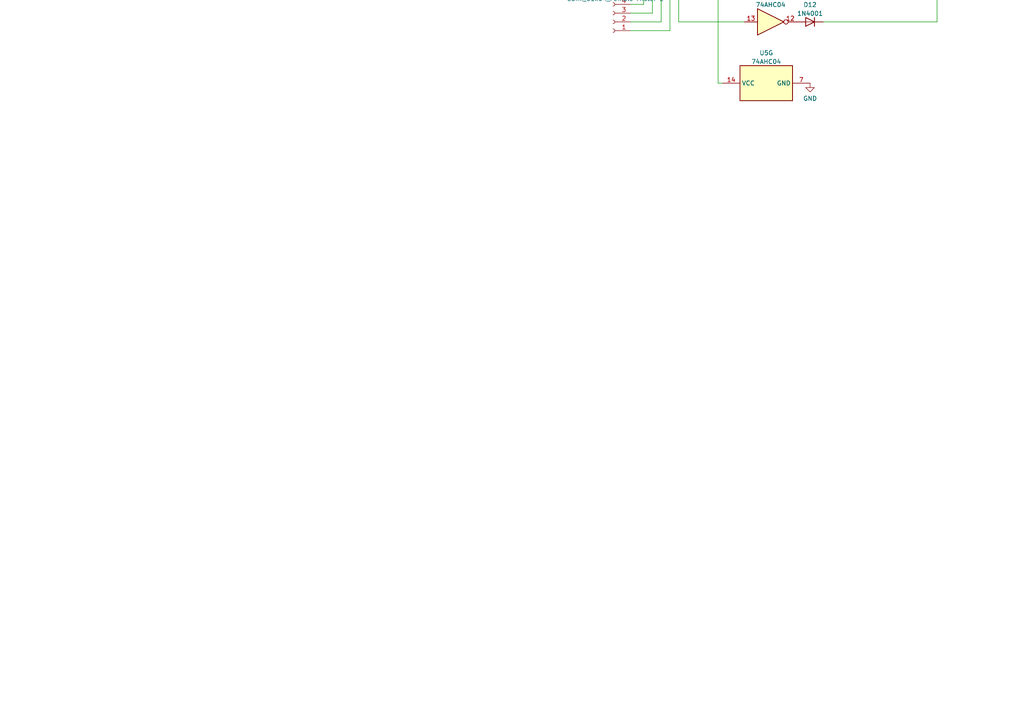
<source format=kicad_sch>
(kicad_sch (version 20211123) (generator eeschema)
  (paper "A4")
  (lib_symbols
    (symbol "74xx:74AHC04"
      (property "Reference" "U" (at 0 1.27 0))
      (property "Value" "74AHC04" (at 0 -1.27 0))
      (symbol "74AHC04_1_0"
        (polyline (pts (xy -3.81 3.81) (xy -3.81 -3.81) (xy 3.81 0) (xy -3.81 3.81)) (stroke (width 0.254)) (fill (type background)))
        (pin input line (at -7.62 0 0) (length 3.81) (name "~") (number "1"))
        (pin output inverted (at 7.62 0 180) (length 3.81) (name "~") (number "2"))
      )
      (symbol "74AHC04_2_0"
        (polyline (pts (xy -3.81 3.81) (xy -3.81 -3.81) (xy 3.81 0) (xy -3.81 3.81)) (stroke (width 0.254)) (fill (type background)))
        (pin input line (at -7.62 0 0) (length 3.81) (name "~") (number "3"))
        (pin output inverted (at 7.62 0 180) (length 3.81) (name "~") (number "4"))
      )
      (symbol "74AHC04_3_0"
        (polyline (pts (xy -3.81 3.81) (xy -3.81 -3.81) (xy 3.81 0) (xy -3.81 3.81)) (stroke (width 0.254)) (fill (type background)))
        (pin input line (at -7.62 0 0) (length 3.81) (name "~") (number "5"))
        (pin output inverted (at 7.62 0 180) (length 3.81) (name "~") (number "6"))
      )
      (symbol "74AHC04_4_0"
        (polyline (pts (xy -3.81 3.81) (xy -3.81 -3.81) (xy 3.81 0) (xy -3.81 3.81)) (stroke (width 0.254)) (fill (type background)))
        (pin output inverted (at 7.62 0 180) (length 3.81) (name "~") (number "8"))
        (pin input line (at -7.62 0 0) (length 3.81) (name "~") (number "9"))
      )
      (symbol "74AHC04_5_0"
        (polyline (pts (xy -3.81 3.81) (xy -3.81 -3.81) (xy 3.81 0) (xy -3.81 3.81)) (stroke (width 0.254)) (fill (type background)))
        (pin output inverted (at 7.62 0 180) (length 3.81) (name "~") (number "10"))
        (pin input line (at -7.62 0 0) (length 3.81) (name "~") (number "11"))
      )
      (symbol "74AHC04_6_0"
        (polyline (pts (xy -3.81 3.81) (xy -3.81 -3.81) (xy 3.81 0) (xy -3.81 3.81)) (stroke (width 0.254)) (fill (type background)))
        (pin output inverted (at 7.62 0 180) (length 3.81) (name "~") (number "12"))
        (pin input line (at -7.62 0 0) (length 3.81) (name "~") (number "13"))
      )
      (symbol "74AHC04_7_0"
        (pin power_in line (at 0 12.7 270) (length 5.08) (name "VCC") (number "14"))
        (pin power_in line (at 0 -12.7 90) (length 5.08) (name "GND") (number "7"))
      )
      (symbol "74AHC04_7_1"
        (rectangle (start -5.08 7.62) (end 5.08 -7.62) (stroke (width 0.254)) (fill (type background)))
      )
    )
    (symbol "74xx:74LS04"
      (property "Reference" "U" (at 0 1.27 0))
      (property "Value" "74LS04" (at 0 -1.27 0))
      (symbol "74LS04_1_0"
        (polyline (pts (xy -3.81 3.81) (xy -3.81 -3.81) (xy 3.81 0) (xy -3.81 3.81)) (stroke (width 0.254)) (fill (type background)))
        (pin input line (at -7.62 0 0) (length 3.81) (name "~") (number "1"))
        (pin output inverted (at 7.62 0 180) (length 3.81) (name "~") (number "2"))
      )
      (symbol "74LS04_2_0"
        (polyline (pts (xy -3.81 3.81) (xy -3.81 -3.81) (xy 3.81 0) (xy -3.81 3.81)) (stroke (width 0.254)) (fill (type background)))
        (pin input line (at -7.62 0 0) (length 3.81) (name "~") (number "3"))
        (pin output inverted (at 7.62 0 180) (length 3.81) (name "~") (number "4"))
      )
      (symbol "74LS04_3_0"
        (polyline (pts (xy -3.81 3.81) (xy -3.81 -3.81) (xy 3.81 0) (xy -3.81 3.81)) (stroke (width 0.254)) (fill (type background)))
        (pin input line (at -7.62 0 0) (length 3.81) (name "~") (number "5"))
        (pin output inverted (at 7.62 0 180) (length 3.81) (name "~") (number "6"))
      )
      (symbol "74LS04_4_0"
        (polyline (pts (xy -3.81 3.81) (xy -3.81 -3.81) (xy 3.81 0) (xy -3.81 3.81)) (stroke (width 0.254)) (fill (type background)))
        (pin output inverted (at 7.62 0 180) (length 3.81) (name "~") (number "8"))
        (pin input line (at -7.62 0 0) (length 3.81) (name "~") (number "9"))
      )
      (symbol "74LS04_5_0"
        (polyline (pts (xy -3.81 3.81) (xy -3.81 -3.81) (xy 3.81 0) (xy -3.81 3.81)) (stroke (width 0.254)) (fill (type background)))
        (pin output inverted (at 7.62 0 180) (length 3.81) (name "~") (number "10"))
        (pin input line (at -7.62 0 0) (length 3.81) (name "~") (number "11"))
      )
      (symbol "74LS04_6_0"
        (polyline (pts (xy -3.81 3.81) (xy -3.81 -3.81) (xy 3.81 0) (xy -3.81 3.81)) (stroke (width 0.254)) (fill (type background)))
        (pin output inverted (at 7.62 0 180) (length 3.81) (name "~") (number "12"))
        (pin input line (at -7.62 0 0) (length 3.81) (name "~") (number "13"))
      )
      (symbol "74LS04_7_0"
        (pin power_in line (at 0 12.7 270) (length 5.08) (name "VCC") (number "14"))
        (pin power_in line (at 0 -12.7 90) (length 5.08) (name "GND") (number "7"))
      )
      (symbol "74LS04_7_1"
        (rectangle (start -5.08 7.62) (end 5.08 -7.62) (stroke (width 0.254)) (fill (type background)))
      )
    )
    (symbol "74xx:74LS138" (pin_names (offset 1.016))
      (property "Reference" "U" (at -7.62 11.43 0))
      (property "Value" "74LS138" (at -7.62 -13.97 0))
      (symbol "74LS138_1_0"
        (pin input line (at -12.7 7.62 0) (length 5.08) (name "A0") (number "1"))
        (pin output output_low (at 12.7 -5.08 180) (length 5.08) (name "O5") (number "10"))
        (pin output output_low (at 12.7 -2.54 180) (length 5.08) (name "O4") (number "11"))
        (pin output output_low (at 12.7 0 180) (length 5.08) (name "O3") (number "12"))
        (pin output output_low (at 12.7 2.54 180) (length 5.08) (name "O2") (number "13"))
        (pin output output_low (at 12.7 5.08 180) (length 5.08) (name "O1") (number "14"))
        (pin output output_low (at 12.7 7.62 180) (length 5.08) (name "O0") (number "15"))
        (pin power_in line (at 0 15.24 270) (length 5.08) (name "VCC") (number "16"))
        (pin input line (at -12.7 5.08 0) (length 5.08) (name "A1") (number "2"))
        (pin input line (at -12.7 2.54 0) (length 5.08) (name "A2") (number "3"))
        (pin input input_low (at -12.7 -10.16 0) (length 5.08) (name "E1") (number "4"))
        (pin input input_low (at -12.7 -7.62 0) (length 5.08) (name "E2") (number "5"))
        (pin input line (at -12.7 -5.08 0) (length 5.08) (name "E3") (number "6"))
        (pin output output_low (at 12.7 -10.16 180) (length 5.08) (name "O7") (number "7"))
        (pin power_in line (at 0 -17.78 90) (length 5.08) (name "GND") (number "8"))
        (pin output output_low (at 12.7 -7.62 180) (length 5.08) (name "O6") (number "9"))
      )
      (symbol "74LS138_1_1"
        (rectangle (start -7.62 10.16) (end 7.62 -12.7) (stroke (width 0.254)) (fill (type background)))
      )
    )
    (symbol "74xx:74LS273"
      (property "Reference" "U" (at -7.62 16.51 0))
      (property "Value" "74LS273" (at -7.62 -16.51 0))
      (symbol "74LS273_1_0"
        (pin input line (at -12.7 -12.7 0) (length 5.08) (name "~{Mr}") (number "1"))
        (pin power_in line (at 0 -20.32 90) (length 5.08) (name "GND") (number "10"))
        (pin input clock (at -12.7 -10.16 0) (length 5.08) (name "Cp") (number "11"))
        (pin output line (at 12.7 2.54 180) (length 5.08) (name "Q4") (number "12"))
        (pin input line (at -12.7 2.54 0) (length 5.08) (name "D4") (number "13"))
        (pin input line (at -12.7 0 0) (length 5.08) (name "D5") (number "14"))
        (pin output line (at 12.7 0 180) (length 5.08) (name "Q5") (number "15"))
        (pin output line (at 12.7 -2.54 180) (length 5.08) (name "Q6") (number "16"))
        (pin input line (at -12.7 -2.54 0) (length 5.08) (name "D6") (number "17"))
        (pin input line (at -12.7 -5.08 0) (length 5.08) (name "D7") (number "18"))
        (pin output line (at 12.7 -5.08 180) (length 5.08) (name "Q7") (number "19"))
        (pin output line (at 12.7 12.7 180) (length 5.08) (name "Q0") (number "2"))
        (pin power_in line (at 0 20.32 270) (length 5.08) (name "VCC") (number "20"))
        (pin input line (at -12.7 12.7 0) (length 5.08) (name "D0") (number "3"))
        (pin input line (at -12.7 10.16 0) (length 5.08) (name "D1") (number "4"))
        (pin output line (at 12.7 10.16 180) (length 5.08) (name "Q1") (number "5"))
        (pin output line (at 12.7 7.62 180) (length 5.08) (name "Q2") (number "6"))
        (pin input line (at -12.7 7.62 0) (length 5.08) (name "D2") (number "7"))
        (pin input line (at -12.7 5.08 0) (length 5.08) (name "D3") (number "8"))
        (pin output line (at 12.7 5.08 180) (length 5.08) (name "Q3") (number "9"))
      )
      (symbol "74LS273_1_1"
        (rectangle (start -7.62 15.24) (end 7.62 -15.24) (stroke (width 0.254)) (fill (type background)))
      )
    )
    (symbol "Connector:Conn_01x04_Female" (pin_names (offset 1.016) hide)
      (property "Reference" "J" (at 0 5.08 0))
      (property "Value" "Conn_01x04_Female" (at 0 -7.62 0))
      (symbol "Conn_01x04_Female_1_1"
        (arc (start 0 -4.572) (mid -0.508 -5.08) (end 0 -5.588) (stroke (width 0.1524)))
        (arc (start 0 -2.032) (mid -0.508 -2.54) (end 0 -3.048) (stroke (width 0.1524)))
        (polyline (pts (xy -1.27 -5.08) (xy -0.508 -5.08)) (stroke (width 0.1524)))
        (polyline (pts (xy -1.27 -2.54) (xy -0.508 -2.54)) (stroke (width 0.1524)))
        (polyline (pts (xy -1.27 0) (xy -0.508 0)) (stroke (width 0.1524)))
        (polyline (pts (xy -1.27 2.54) (xy -0.508 2.54)) (stroke (width 0.1524)))
        (arc (start 0 0.508) (mid -0.508 0) (end 0 -0.508) (stroke (width 0.1524)))
        (arc (start 0 3.048) (mid -0.508 2.54) (end 0 2.032) (stroke (width 0.1524)))
        (pin passive line (at -5.08 2.54 0) (length 3.81) (name "Pin_1") (number "1"))
        (pin passive line (at -5.08 0 0) (length 3.81) (name "Pin_2") (number "2"))
        (pin passive line (at -5.08 -2.54 0) (length 3.81) (name "Pin_3") (number "3"))
        (pin passive line (at -5.08 -5.08 0) (length 3.81) (name "Pin_4") (number "4"))
      )
    )
    (symbol "Diode:1N4001" (pin_numbers hide) (pin_names hide)
      (property "Reference" "D" (at 0 2.54 0))
      (property "Value" "1N4001" (at 0 -2.54 0))
      (symbol "1N4001_0_1"
        (polyline (pts (xy -1.27 1.27) (xy -1.27 -1.27)) (stroke (width 0.254)))
        (polyline (pts (xy 1.27 0) (xy -1.27 0)))
        (polyline (pts (xy 1.27 1.27) (xy 1.27 -1.27) (xy -1.27 0) (xy 1.27 1.27)) (stroke (width 0.254)))
      )
      (symbol "1N4001_1_1"
        (pin passive line (at -3.81 0 0) (length 2.54) (name "K") (number "1"))
        (pin passive line (at 3.81 0 180) (length 2.54) (name "A") (number "2"))
      )
    )
    (symbol "Transistor_FET:2N7000" (pin_names hide)
      (property "Reference" "Q" (at 5.08 1.905 0))
      (property "Value" "2N7000" (at 5.08 0 0))
      (symbol "2N7000_0_1"
        (polyline (pts (xy 0.254 0) (xy -2.54 0)))
        (polyline (pts (xy 0.254 1.905) (xy 0.254 -1.905)) (stroke (width 0.254)))
        (polyline (pts (xy 0.762 -1.27) (xy 0.762 -2.286)) (stroke (width 0.254)))
        (polyline (pts (xy 0.762 0.508) (xy 0.762 -0.508)) (stroke (width 0.254)))
        (polyline (pts (xy 0.762 2.286) (xy 0.762 1.27)) (stroke (width 0.254)))
        (polyline (pts (xy 2.54 2.54) (xy 2.54 1.778)))
        (polyline (pts (xy 2.54 -2.54) (xy 2.54 0) (xy 0.762 0)))
        (polyline (pts (xy 0.762 -1.778) (xy 3.302 -1.778) (xy 3.302 1.778) (xy 0.762 1.778)))
        (polyline (pts (xy 1.016 0) (xy 2.032 0.381) (xy 2.032 -0.381) (xy 1.016 0)) (fill (type outline)))
        (polyline (pts (xy 2.794 0.508) (xy 2.921 0.381) (xy 3.683 0.381) (xy 3.81 0.254)))
        (polyline (pts (xy 3.302 0.381) (xy 2.921 -0.254) (xy 3.683 -0.254) (xy 3.302 0.381)))
        (circle (center 1.651 0) (radius 2.794) (stroke (width 0.254)))
        (circle (center 2.54 -1.778) (radius 0.254) (fill (type outline)))
        (circle (center 2.54 1.778) (radius 0.254) (fill (type outline)))
      )
      (symbol "2N7000_1_1"
        (pin passive line (at 2.54 -5.08 90) (length 2.54) (name "S") (number "1"))
        (pin input line (at -5.08 0 0) (length 2.54) (name "G") (number "2"))
        (pin passive line (at 2.54 5.08 270) (length 2.54) (name "D") (number "3"))
      )
    )
    (symbol "power:GND" (power) (pin_names (offset 0))
      (property "Value" "GND" (at 0 -3.81 0))
      (symbol "GND_0_1"
        (polyline (pts (xy 0 0) (xy 0 -1.27) (xy 1.27 -1.27) (xy 0 -2.54) (xy -1.27 -1.27) (xy 0 -1.27)))
      )
      (symbol "GND_1_1"
        (pin power_in line (at 0 0 270) (length 0) hide (name "GND") (number "1"))
      )
    )
    (symbol "pspice:VSOURCE" (pin_names (offset 1.016))
      (property "Reference" "V" (at -6.35 7.62 0))
      (property "Value" "VSOURCE" (at 0 0 0))
      (symbol "VSOURCE_0_1"
        (polyline (pts (xy -6.35 -6.35) (xy -6.35 3.81)) (fill (type outline)))
        (polyline (pts (xy -7.62 3.81) (xy -6.35 6.35) (xy -5.08 3.81)) (fill (type outline)))
        (circle (center 0 0) (radius 5.08))
        (text "V" (at -8.128 -0.254 0) (effects (font (size 1.27 1.27))))
      )
      (symbol "VSOURCE_1_1"
        (pin input line (at 0 7.62 270) (length 2.54) (name "E1") (number "1"))
        (pin input line (at 0 -7.62 90) (length 2.54) (name "E2") (number "2"))
      )
    )
  )
  (junction (at 157.48 -78.74))
  (junction (at 337.82 -127))
  (junction (at 135.89 -97.79))
  (junction (at 134.62 -90.17))
  (junction (at 138.43 -95.25))
  (junction (at 133.35 -100.33))
  (junction (at 158.75 -20.32))
  (junction (at 149.86 -82.55))
  (junction (at 171.45 -137.16))
  (junction (at 120.65 -137.16))
  (junction (at 171.45 -12.7))
  (junction (at 191.77 -45.72))
  (junction (at 157.48 -67.31))
  (junction (at 191.77 -83.82))
  (junction (at 139.7 -87.63))
  (junction (at 137.16 -92.71))
  (junction (at 120.65 -67.31))
  (wire (pts (xy 199.39 -33.02) (xy 199.39 -6.35)))
  (wire (pts (xy 238.76 -17.78) (xy 266.7 -17.78)))
  (wire (pts (xy 158.75 -20.32) (xy 158.75 -12.7)))
  (wire (pts (xy 246.38 -60.96) (xy 280.67 -60.96)))
  (wire (pts (xy 143.51 -90.17) (xy 143.51 -123.19)))
  (wire (pts (xy 96.52 -118.11) (xy 96.52 -92.71)))
  (wire (pts (xy 158.75 -100.33) (xy 158.75 -96.52)))
  (wire (pts (xy 133.35 -85.09) (xy 148.59 -85.09)))
  (wire (pts (xy 207.01 -85.09) (xy 207.01 -99.06)))
  (wire (pts (xy 260.35 -97.79) (xy 274.32 -97.79)))
  (wire (pts (xy 184.15 -91.44) (xy 199.39 -91.44)))
  (wire (pts (xy 280.67 -87.63) (xy 311.15 -87.63)))
  (wire (pts (xy 279.4 -92.71) (xy 311.15 -92.71)))
  (wire (pts (xy 267.97 -48.26) (xy 267.97 -58.42)))
  (wire (pts (xy 204.47 -43.18) (xy 215.9 -43.18)))
  (wire (pts (xy 275.59 -151.13) (xy 308.61 -151.13)))
  (wire (pts (xy 171.45 -137.16) (xy 171.45 -104.14)))
  (wire (pts (xy 158.75 -25.4) (xy 149.86 -25.4)))
  (wire (pts (xy 207.01 -81.28) (xy 207.01 -55.88)))
  (wire (pts (xy 184.15 -33.02) (xy 199.39 -33.02)))
  (wire (pts (xy 158.75 -38.1) (xy 137.16 -38.1)))
  (wire (pts (xy 238.76 -92.71) (xy 252.73 -92.71)))
  (wire (pts (xy 246.38 -114.3) (xy 279.4 -114.3)))
  (wire (pts (xy 148.59 -85.09) (xy 148.59 -128.27)))
  (wire (pts (xy 283.21 -85.09) (xy 311.15 -85.09)))
  (wire (pts (xy 191.77 -83.82) (xy 191.77 -45.72)))
  (wire (pts (xy 157.48 -81.28) (xy 158.75 -81.28)))
  (wire (pts (xy 140.97 -92.71) (xy 140.97 -120.65)))
  (wire (pts (xy 337.82 -127) (xy 321.31 -127)))
  (wire (pts (xy 157.48 -67.31) (xy 171.45 -67.31)))
  (wire (pts (xy 133.35 -113.03) (xy 101.6 -113.03)))
  (wire (pts (xy 184.15 -88.9) (xy 201.93 -88.9)))
  (wire (pts (xy 267.97 -58.42) (xy 283.21 -58.42)))
  (wire (pts (xy 238.76 -43.18) (xy 260.35 -43.18)))
  (wire (pts (xy 199.39 -6.35) (xy 215.9 -6.35)))
  (wire (pts (xy 274.32 -97.79) (xy 274.32 -90.17)))
  (wire (pts (xy 63.5 -106.68) (xy 63.5 -77.47)))
  (wire (pts (xy 93.98 -120.65) (xy 93.98 -90.17)))
  (wire (pts (xy 246.38 -156.21) (xy 308.61 -156.21)))
  (wire (pts (xy 274.32 -90.17) (xy 311.15 -90.17)))
  (wire (pts (xy 139.7 -33.02) (xy 158.75 -33.02)))
  (wire (pts (xy 184.15 -27.94) (xy 194.31 -27.94)))
  (wire (pts (xy 186.69 1.27) (xy 186.69 -20.32)))
  (wire (pts (xy 266.7 -17.78) (xy 266.7 -21.59)))
  (wire (pts (xy 60.96 -104.14) (xy 60.96 -74.93)))
  (wire (pts (xy 133.35 -92.71) (xy 137.16 -92.71)))
  (wire (pts (xy 184.15 -96.52) (xy 194.31 -96.52)))
  (wire (pts (xy 238.76 -130.81) (xy 267.97 -130.81)))
  (wire (pts (xy 58.42 -106.68) (xy 63.5 -106.68)))
  (wire (pts (xy 139.7 -87.63) (xy 146.05 -87.63)))
  (wire (pts (xy 120.65 -137.16) (xy 113.03 -137.16)))
  (wire (pts (xy 93.98 -90.17) (xy 107.95 -90.17)))
  (wire (pts (xy 184.15 -38.1) (xy 204.47 -38.1)))
  (wire (pts (xy 321.31 -127) (xy 321.31 -114.3)))
  (wire (pts (xy 238.76 -6.35) (xy 269.24 -6.35)))
  (wire (pts (xy 86.36 -128.27) (xy 86.36 -82.55)))
  (wire (pts (xy 66.04 -100.33) (xy 107.95 -100.33)))
  (wire (pts (xy 157.48 -78.74) (xy 158.75 -78.74)))
  (wire (pts (xy 196.85 -140.97) (xy 215.9 -140.97)))
  (wire (pts (xy 196.85 -30.48) (xy 196.85 6.35)))
  (wire (pts (xy 138.43 -95.25) (xy 138.43 -118.11)))
  (wire (pts (xy 58.42 -101.6) (xy 58.42 -67.31)))
  (wire (pts (xy 182.88 3.81) (xy 189.23 3.81)))
  (wire (pts (xy 146.05 -125.73) (xy 88.9 -125.73)))
  (wire (pts (xy 346.71 -38.1) (xy 346.71 -97.79)))
  (wire (pts (xy 191.77 -40.64) (xy 191.77 -45.72)))
  (wire (pts (xy 154.94 -93.98) (xy 158.75 -93.98)))
  (wire (pts (xy 279.4 -114.3) (xy 279.4 -92.71)))
  (wire (pts (xy 184.15 -83.82) (xy 186.69 -83.82)))
  (wire (pts (xy 267.97 -38.1) (xy 346.71 -38.1)))
  (wire (pts (xy 171.45 -67.31) (xy 171.45 -71.12)))
  (wire (pts (xy 101.6 -113.03) (xy 101.6 -97.79)))
  (wire (pts (xy 271.78 6.35) (xy 271.78 -16.51)))
  (wire (pts (xy 134.62 -90.17) (xy 134.62 -35.56)))
  (wire (pts (xy 199.39 -130.81) (xy 215.9 -130.81)))
  (wire (pts (xy 271.78 -16.51) (xy 306.07 -16.51)))
  (wire (pts (xy 266.7 -24.13) (xy 306.07 -24.13)))
  (wire (pts (xy 207.01 -55.88) (xy 215.9 -55.88)))
  (wire (pts (xy 149.86 -25.4) (xy 149.86 -82.55)))
  (wire (pts (xy 191.77 -137.16) (xy 191.77 -83.82)))
  (wire (pts (xy 182.88 8.89) (xy 194.31 8.89)))
  (wire (pts (xy 238.76 -30.48) (xy 266.7 -30.48)))
  (wire (pts (xy 194.31 -96.52) (xy 194.31 -151.13)))
  (wire (pts (xy 238.76 -99.06) (xy 238.76 -92.71)))
  (wire (pts (xy 238.76 -119.38) (xy 284.48 -119.38)))
  (wire (pts (xy 261.62 -153.67) (xy 308.61 -153.67)))
  (wire (pts (xy 133.35 -100.33) (xy 133.35 -113.03)))
  (wire (pts (xy 113.03 -137.16) (xy 113.03 -152.4)))
  (wire (pts (xy 283.21 -58.42) (xy 283.21 -85.09)))
  (wire (pts (xy 58.42 -104.14) (xy 60.96 -104.14)))
  (wire (pts (xy 321.31 -114.3) (xy 292.1 -114.3)))
  (wire (pts (xy 133.35 -90.17) (xy 134.62 -90.17)))
  (wire (pts (xy 66.04 -109.22) (xy 66.04 -100.33)))
  (wire (pts (xy 191.77 -137.16) (xy 171.45 -137.16)))
  (wire (pts (xy 96.52 -92.71) (xy 107.95 -92.71)))
  (wire (pts (xy 201.93 -35.56) (xy 201.93 -17.78)))
  (wire (pts (xy 196.85 -93.98) (xy 196.85 -140.97)))
  (wire (pts (xy 138.43 -118.11) (xy 96.52 -118.11)))
  (wire (pts (xy 189.23 3.81) (xy 189.23 -22.86)))
  (wire (pts (xy 158.75 -22.86) (xy 158.75 -20.32)))
  (wire (pts (xy 133.35 -95.25) (xy 138.43 -95.25)))
  (wire (pts (xy 275.59 -135.89) (xy 275.59 -151.13)))
  (wire (pts (xy 208.28 -40.64) (xy 191.77 -40.64)))
  (wire (pts (xy 120.65 -67.31) (xy 157.48 -67.31)))
  (wire (pts (xy 154.94 -97.79) (xy 154.94 -93.98)))
  (wire (pts (xy 269.24 -6.35) (xy 269.24 -19.05)))
  (wire (pts (xy 99.06 -95.25) (xy 107.95 -95.25)))
  (wire (pts (xy 201.93 -88.9) (xy 201.93 -119.38)))
  (wire (pts (xy 152.4 -91.44) (xy 158.75 -91.44)))
  (wire (pts (xy 146.05 -125.73) (xy 146.05 -87.63)))
  (wire (pts (xy 156.21 -82.55) (xy 156.21 -83.82)))
  (wire (pts (xy 135.89 -115.57) (xy 99.06 -115.57)))
  (wire (pts (xy 133.35 -97.79) (xy 135.89 -97.79)))
  (wire (pts (xy 143.51 -123.19) (xy 91.44 -123.19)))
  (wire (pts (xy 201.93 -119.38) (xy 215.9 -119.38)))
  (wire (pts (xy 238.76 6.35) (xy 271.78 6.35)))
  (wire (pts (xy 201.93 -17.78) (xy 215.9 -17.78)))
  (wire (pts (xy 158.75 -35.56) (xy 134.62 -35.56)))
  (wire (pts (xy 196.85 6.35) (xy 215.9 6.35)))
  (wire (pts (xy 58.42 -67.31) (xy 120.65 -67.31)))
  (wire (pts (xy 120.65 -107.95) (xy 120.65 -137.16)))
  (wire (pts (xy 101.6 -97.79) (xy 107.95 -97.79)))
  (wire (pts (xy 191.77 6.35) (xy 191.77 -25.4)))
  (wire (pts (xy 204.47 -86.36) (xy 204.47 -109.22)))
  (wire (pts (xy 204.47 -30.48) (xy 215.9 -30.48)))
  (wire (pts (xy 91.44 -123.19) (xy 91.44 -87.63)))
  (wire (pts (xy 157.48 -78.74) (xy 157.48 -67.31)))
  (wire (pts (xy 133.35 -82.55) (xy 149.86 -82.55)))
  (wire (pts (xy 184.15 -78.74) (xy 204.47 -78.74)))
  (wire (pts (xy 149.86 -82.55) (xy 156.21 -82.55)))
  (wire (pts (xy 186.69 -85.09) (xy 207.01 -85.09)))
  (wire (pts (xy 152.4 -95.25) (xy 152.4 -91.44)))
  (wire (pts (xy 140.97 -120.65) (xy 93.98 -120.65)))
  (wire (pts (xy 208.28 24.13) (xy 209.55 24.13)))
  (wire (pts (xy 199.39 -91.44) (xy 199.39 -130.81)))
  (wire (pts (xy 346.71 -97.79) (xy 337.82 -97.79)))
  (wire (pts (xy 184.15 -93.98) (xy 196.85 -93.98)))
  (wire (pts (xy 194.31 8.89) (xy 194.31 -27.94)))
  (wire (pts (xy 337.82 -97.79) (xy 337.82 -127)))
  (wire (pts (xy 266.7 -21.59) (xy 306.07 -21.59)))
  (wire (pts (xy 86.36 -82.55) (xy 107.95 -82.55)))
  (wire (pts (xy 184.15 -20.32) (xy 186.69 -20.32)))
  (wire (pts (xy 238.76 -140.97) (xy 254 -140.97)))
  (wire (pts (xy 184.15 -30.48) (xy 196.85 -30.48)))
  (wire (pts (xy 88.9 -125.73) (xy 88.9 -85.09)))
  (wire (pts (xy 134.62 -90.17) (xy 143.51 -90.17)))
  (wire (pts (xy 191.77 -25.4) (xy 184.15 -25.4)))
  (wire (pts (xy 133.35 -100.33) (xy 158.75 -100.33)))
  (wire (pts (xy 184.15 -35.56) (xy 201.93 -35.56)))
  (wire (pts (xy 207.01 -99.06) (xy 215.9 -99.06)))
  (wire (pts (xy 157.48 -78.74) (xy 157.48 -81.28)))
  (wire (pts (xy 91.44 -87.63) (xy 107.95 -87.63)))
  (wire (pts (xy 189.23 -22.86) (xy 184.15 -22.86)))
  (wire (pts (xy 135.89 -97.79) (xy 154.94 -97.79)))
  (wire (pts (xy 280.67 -60.96) (xy 280.67 -87.63)))
  (wire (pts (xy 292.1 -148.59) (xy 308.61 -148.59)))
  (wire (pts (xy 269.24 -19.05) (xy 306.07 -19.05)))
  (wire (pts (xy 266.7 -30.48) (xy 266.7 -24.13)))
  (wire (pts (xy 204.47 -109.22) (xy 215.9 -109.22)))
  (wire (pts (xy 158.75 -12.7) (xy 171.45 -12.7)))
  (wire (pts (xy 120.65 -137.16) (xy 171.45 -137.16)))
  (wire (pts (xy 139.7 -87.63) (xy 139.7 -33.02)))
  (wire (pts (xy 135.89 -97.79) (xy 135.89 -115.57)))
  (wire (pts (xy 208.28 24.13) (xy 208.28 -40.64)))
  (wire (pts (xy 60.96 -74.93) (xy 107.95 -74.93)))
  (wire (pts (xy 204.47 -78.74) (xy 204.47 -43.18)))
  (wire (pts (xy 133.35 -87.63) (xy 139.7 -87.63)))
  (wire (pts (xy 184.15 -81.28) (xy 207.01 -81.28)))
  (wire (pts (xy 58.42 -109.22) (xy 66.04 -109.22)))
  (wire (pts (xy 88.9 -85.09) (xy 107.95 -85.09)))
  (wire (pts (xy 171.45 -45.72) (xy 191.77 -45.72)))
  (wire (pts (xy 204.47 -38.1) (xy 204.47 -30.48)))
  (wire (pts (xy 99.06 -115.57) (xy 99.06 -95.25)))
  (wire (pts (xy 261.62 -146.05) (xy 261.62 -153.67)))
  (wire (pts (xy 184.15 -86.36) (xy 204.47 -86.36)))
  (wire (pts (xy 148.59 -128.27) (xy 86.36 -128.27)))
  (wire (pts (xy 137.16 -92.71) (xy 140.97 -92.71)))
  (wire (pts (xy 186.69 -83.82) (xy 186.69 -85.09)))
  (wire (pts (xy 182.88 1.27) (xy 186.69 1.27)))
  (wire (pts (xy 194.31 -151.13) (xy 215.9 -151.13)))
  (wire (pts (xy 209.55 -83.82) (xy 191.77 -83.82)))
  (wire (pts (xy 182.88 6.35) (xy 191.77 6.35)))
  (wire (pts (xy 63.5 -77.47) (xy 107.95 -77.47)))
  (wire (pts (xy 156.21 -83.82) (xy 158.75 -83.82)))
  (wire (pts (xy 292.1 -124.46) (xy 292.1 -148.59)))
  (wire (pts (xy 354.33 -127) (xy 337.82 -127)))
  (wire (pts (xy 137.16 -38.1) (xy 137.16 -92.71)))
  (wire (pts (xy 138.43 -95.25) (xy 152.4 -95.25)))
  (text "100mm PCB board width (add 1.5mm tolerance)\n1mm thickness on board\n40mm between slot shelves\n2mm slot shelf overlap with board" (at 379.73 -64.77 0) (effects (font (size 1.27 1.27)) (justify left bottom)))
  (label "Radio1 Fan (Add SR Latch? as switch)" (at 292.1 -140.97 0))
  (label "Radio1 PTT" (at 269.24 -156.21 0))
  (label "Radio1 Frequency Up" (at 269.24 -153.67 0))
  (label "Radio1 Frequency Down" (at 280.67 -151.13 0))
  (hierarchical_label "PWR_FLAG" (shape input) (at 113.03 -140.97 0))
  (hierarchical_label "PWR_FLAG" (shape input) (at 171.45 -12.7 0))
  (hierarchical_label "PWR_FLAG" (shape input) (at 200.66 -83.82 0))
  (hierarchical_label "PWR_FLAG" (shape input) (at 58.42 -69.85 0))
  (symbol (lib_id "74xx:74LS04") (at 222.25 -83.82 90) (unit 7)
    (property "Reference" "U2" (at 222.25 -92.5998 90))
    (property "Value" "74LS04" (at 222.25 -90.0629 90))
    (property "Datasheet" "http://www.ti.com/lit/gpn/sn74LS04" (effects hide))
  )
  (symbol (lib_id "74xx:74AHC04") (at 222.25 24.13 90) (unit 7)
    (property "Reference" "U5" (at 222.25 15.3502 90))
    (property "Value" "74AHC04" (at 222.25 17.8871 90))
    (property "Datasheet" "https://assets.nexperia.com/documents/data-sheet/74AHC_AHCT04.pdf" (effects hide))
  )
  (symbol (lib_id "74xx:74AHC04") (at 223.52 -17.78 0) (unit 4)
    (property "Reference" "U5" (at 223.52 -25.2898 0))
    (property "Value" "74AHC04" (at 223.52 -22.7529 0))
    (property "Datasheet" "https://assets.nexperia.com/documents/data-sheet/74AHC_AHCT04.pdf" (effects hide))
  )
  (symbol (lib_id "Diode:1N4001") (at 234.95 -55.88 180) (unit 1)
    (property "Reference" "D7" (at 234.95 -60.8498 0))
    (property "Value" "1N4001" (at 234.95 -58.3129 0))
    (property "Footprint" "Diode_THT:D_DO-41_SOD81_P10.16mm_Horizontal" (effects hide))
    (property "Datasheet" "http://www.vishay.com/docs/88503/1n4001.pdf" (effects hide))
  )
  (symbol (lib_id "Transistor_FET:2N7000") (at 289.56 -119.38 0) (unit 1)
    (property "Reference" "Q4" (at 294.767 -120.2147 0) (effects (justify left)))
    (property "Value" "2N7000" (at 294.767 -117.6778 0) (effects (justify left)))
    (property "Footprint" "Package_TO_SOT_THT:TO-92_Inline" (effects hide))
    (property "Datasheet" "https://www.vishay.com/docs/70226/70226.pdf" (effects hide))
  )
  (symbol (lib_id "Transistor_FET:2N7000") (at 259.08 -140.97 0) (unit 1)
    (property "Reference" "Q2" (at 264.287 -141.8047 0) (effects (justify left)))
    (property "Value" "2N7000" (at 264.287 -139.2678 0) (effects (justify left)))
    (property "Footprint" "Package_TO_SOT_THT:TO-92_Inline" (effects hide))
    (property "Datasheet" "https://www.vishay.com/docs/70226/70226.pdf" (effects hide))
  )
  (symbol (lib_id "Diode:1N4001") (at 234.95 -99.06 180) (unit 1)
    (property "Reference" "D6" (at 234.95 -104.0298 0))
    (property "Value" "1N4001" (at 234.95 -101.4929 0))
    (property "Footprint" "Diode_THT:D_DO-41_SOD81_P10.16mm_Horizontal" (effects hide))
    (property "Datasheet" "http://www.vishay.com/docs/88503/1n4001.pdf" (effects hide))
  )
  (symbol (lib_id "Diode:1N4001") (at 234.95 -130.81 180) (unit 1)
    (property "Reference" "D3" (at 234.95 -135.7798 0))
    (property "Value" "1N4001" (at 234.95 -133.2429 0))
    (property "Footprint" "Diode_THT:D_DO-41_SOD81_P10.16mm_Horizontal" (effects hide))
    (property "Datasheet" "http://www.vishay.com/docs/88503/1n4001.pdf" (effects hide))
  )
  (symbol (lib_id "74xx:74LS04") (at 223.52 -119.38 0) (unit 4)
    (property "Reference" "U2" (at 223.52 -126.8898 0))
    (property "Value" "74LS04" (at 223.52 -124.3529 0))
    (property "Datasheet" "http://www.ti.com/lit/gpn/sn74LS04" (effects hide))
  )
  (symbol (lib_id "Transistor_FET:2N7000") (at 273.05 -130.81 0) (unit 1)
    (property "Reference" "Q3" (at 278.257 -131.6447 0) (effects (justify left)))
    (property "Value" "2N7000" (at 278.257 -129.1078 0) (effects (justify left)))
    (property "Footprint" "Package_TO_SOT_THT:TO-92_Inline" (effects hide))
    (property "Datasheet" "https://www.vishay.com/docs/70226/70226.pdf" (effects hide))
  )
  (symbol (lib_id "power:GND") (at 246.38 -146.05 0) (unit 1)
    (property "Reference" "#PWR0109" (effects hide))
    (property "Value" "GND" (at 246.38 -141.6066 0))
  )
  (symbol (lib_id "74xx:74AHC04") (at 223.52 -6.35 0) (unit 5)
    (property "Reference" "U5" (at 223.52 -13.8598 0))
    (property "Value" "74AHC04" (at 223.52 -11.3229 0))
    (property "Datasheet" "https://assets.nexperia.com/documents/data-sheet/74AHC_AHCT04.pdf" (effects hide))
  )
  (symbol (lib_id "74xx:74AHC04") (at 223.52 6.35 0) (unit 6)
    (property "Reference" "U5" (at 223.52 -1.1598 0))
    (property "Value" "74AHC04" (at 223.52 1.3771 0))
    (property "Datasheet" "https://assets.nexperia.com/documents/data-sheet/74AHC_AHCT04.pdf" (effects hide))
  )
  (symbol (lib_id "Transistor_FET:2N7000") (at 265.43 -43.18 0) (unit 1)
    (property "Reference" "Q8" (at 270.637 -44.0147 0) (effects (justify left)))
    (property "Value" "2N7000" (at 270.637 -41.4778 0) (effects (justify left)))
    (property "Footprint" "Package_TO_SOT_THT:TO-92_Inline" (effects hide))
    (property "Datasheet" "https://www.vishay.com/docs/70226/70226.pdf" (effects hide))
  )
  (symbol (lib_id "Connector:Conn_01x04_Female") (at 53.34 -104.14 180) (unit 1)
    (property "Reference" "J1" (at 53.975 -113.377 0))
    (property "Value" "Conn_01x04_Female RPi" (at 53.975 -110.8401 0))
  )
  (symbol (lib_id "74xx:74LS04") (at 223.52 -109.22 0) (unit 5)
    (property "Reference" "U2" (at 223.52 -116.7298 0))
    (property "Value" "74LS04" (at 223.52 -114.1929 0))
    (property "Datasheet" "http://www.ti.com/lit/gpn/sn74LS04" (effects hide))
  )
  (symbol (lib_id "power:GND") (at 171.45 -12.7 0) (unit 1)
    (property "Reference" "#PWR0104" (effects hide))
    (property "Value" "GND" (at 171.45 -8.2566 0))
  )
  (symbol (lib_id "74xx:74AHC04") (at 223.52 -55.88 0) (unit 1)
    (property "Reference" "U5" (at 223.52 -63.3898 0))
    (property "Value" "74AHC04" (at 223.52 -60.8529 0))
    (property "Datasheet" "https://assets.nexperia.com/documents/data-sheet/74AHC_AHCT04.pdf" (effects hide))
  )
  (symbol (lib_id "74xx:74LS04") (at 223.52 -130.81 0) (unit 3)
    (property "Reference" "U2" (at 223.52 -138.3198 0))
    (property "Value" "74LS04" (at 223.52 -135.7829 0))
    (property "Datasheet" "http://www.ti.com/lit/gpn/sn74LS04" (effects hide))
  )
  (symbol (lib_id "Diode:1N4001") (at 234.95 -151.13 180) (unit 1)
    (property "Reference" "D1" (at 234.95 -156.0998 0))
    (property "Value" "1N4001" (at 234.95 -153.5629 0))
    (property "Footprint" "Diode_THT:D_DO-41_SOD81_P10.16mm_Horizontal" (effects hide))
    (property "Datasheet" "http://www.vishay.com/docs/88503/1n4001.pdf" (effects hide))
  )
  (symbol (lib_id "Connector:Conn_01x04_Female") (at 177.8 6.35 180) (unit 1)
    (property "Reference" "J5" (at 178.435 -2.887 0))
    (property "Value" "Conn_01x04_Female Mister E" (at 178.435 -0.3501 0))
  )
  (symbol (lib_id "Diode:1N4001") (at 234.95 -140.97 180) (unit 1)
    (property "Reference" "D2" (at 234.95 -145.9398 0))
    (property "Value" "1N4001" (at 234.95 -143.4029 0))
    (property "Footprint" "Diode_THT:D_DO-41_SOD81_P10.16mm_Horizontal" (effects hide))
    (property "Datasheet" "http://www.vishay.com/docs/88503/1n4001.pdf" (effects hide))
  )
  (symbol (lib_id "power:GND") (at 246.38 -50.8 0) (unit 1)
    (property "Reference" "#PWR0110" (effects hide))
    (property "Value" "GND" (at 246.38 -46.3566 0))
  )
  (symbol (lib_id "Diode:1N4001") (at 234.95 -17.78 180) (unit 1)
    (property "Reference" "D10" (at 234.95 -22.7498 0))
    (property "Value" "1N4001" (at 234.95 -20.2129 0))
    (property "Footprint" "Diode_THT:D_DO-41_SOD81_P10.16mm_Horizontal" (effects hide))
    (property "Datasheet" "http://www.vishay.com/docs/88503/1n4001.pdf" (effects hide))
  )
  (symbol (lib_id "74xx:74LS273") (at 120.65 -87.63 0) (unit 1)
    (property "Reference" "U1" (at 122.6694 -106.5698 0) (effects (justify left)))
    (property "Value" "74LS273" (at 122.6694 -104.0329 0) (effects (justify left)))
    (property "Datasheet" "http://www.ti.com/lit/gpn/sn74LS273" (effects hide))
  )
  (symbol (lib_id "Connector:Conn_01x04_Female") (at 316.23 -90.17 0) (unit 1)
    (property "Reference" "J3" (at 316.9412 -89.7347 0) (effects (justify left)))
    (property "Value" "Conn_01x04_Female Radio2" (at 316.9412 -87.1978 0) (effects (justify left)))
  )
  (symbol (lib_id "Diode:1N4001") (at 234.95 -30.48 180) (unit 1)
    (property "Reference" "D9" (at 234.95 -35.4498 0))
    (property "Value" "1N4001" (at 234.95 -32.9129 0))
    (property "Footprint" "Diode_THT:D_DO-41_SOD81_P10.16mm_Horizontal" (effects hide))
    (property "Datasheet" "http://www.vishay.com/docs/88503/1n4001.pdf" (effects hide))
  )
  (symbol (lib_id "power:GND") (at 275.59 -125.73 0) (unit 1)
    (property "Reference" "#PWR0106" (effects hide))
    (property "Value" "GND" (at 275.59 -121.2866 0))
  )
  (symbol (lib_id "74xx:74LS04") (at 223.52 -99.06 0) (unit 6)
    (property "Reference" "U2" (at 223.52 -106.5698 0))
    (property "Value" "74LS04" (at 223.52 -104.0329 0))
    (property "Datasheet" "http://www.ti.com/lit/gpn/sn74LS04" (effects hide))
  )
  (symbol (lib_id "pspice:VSOURCE") (at 120.65 -152.4 90) (unit 1)
    (property "Reference" "V1" (at 120.65 -161.0528 90))
    (property "Value" "5V" (at 120.65 -158.5159 90))
  )
  (symbol (lib_id "74xx:74LS04") (at 223.52 -140.97 0) (unit 2)
    (property "Reference" "U2" (at 223.52 -148.4798 0))
    (property "Value" "74LS04" (at 223.52 -145.9429 0))
    (property "Datasheet" "http://www.ti.com/lit/gpn/sn74LS04" (effects hide))
  )
  (symbol (lib_id "power:GND") (at 260.35 -87.63 0) (unit 1)
    (property "Reference" "#PWR0112" (effects hide))
    (property "Value" "GND" (at 260.35 -83.1866 0))
  )
  (symbol (lib_id "power:GND") (at 261.62 -135.89 0) (unit 1)
    (property "Reference" "#PWR0107" (effects hide))
    (property "Value" "GND" (at 261.62 -131.4466 0))
  )
  (symbol (lib_id "power:GND") (at 234.95 24.13 0) (unit 1)
    (property "Reference" "#PWR0105" (effects hide))
    (property "Value" "GND" (at 234.95 28.5734 0))
  )
  (symbol (lib_id "Connector:Conn_01x04_Female") (at 313.69 -153.67 0) (unit 1)
    (property "Reference" "J2" (at 314.4012 -153.2347 0) (effects (justify left)))
    (property "Value" "Conn_01x04_Female Radio1" (at 314.4012 -150.6978 0) (effects (justify left)))
  )
  (symbol (lib_id "Transistor_FET:2N7000") (at 257.81 -92.71 0) (unit 1)
    (property "Reference" "Q6" (at 263.017 -93.5447 0) (effects (justify left)))
    (property "Value" "2N7000" (at 263.017 -91.0078 0) (effects (justify left)))
    (property "Footprint" "Package_TO_SOT_THT:TO-92_Inline" (effects hide))
    (property "Datasheet" "https://www.vishay.com/docs/70226/70226.pdf" (effects hide))
  )
  (symbol (lib_id "Diode:1N4001") (at 234.95 -119.38 180) (unit 1)
    (property "Reference" "D4" (at 234.95 -124.3498 0))
    (property "Value" "1N4001" (at 234.95 -121.8129 0))
    (property "Footprint" "Diode_THT:D_DO-41_SOD81_P10.16mm_Horizontal" (effects hide))
    (property "Datasheet" "http://www.vishay.com/docs/88503/1n4001.pdf" (effects hide))
  )
  (symbol (lib_id "power:GND") (at 354.33 -111.76 0) (unit 1)
    (property "Reference" "#PWR0108" (effects hide))
    (property "Value" "GND" (at 354.33 -107.3166 0))
  )
  (symbol (lib_id "74xx:74LS138") (at 171.45 -30.48 0) (unit 1)
    (property "Reference" "U4" (at 173.4694 -44.3398 0) (effects (justify left)))
    (property "Value" "74LS138" (at 173.4694 -41.8029 0) (effects (justify left)))
    (property "Datasheet" "http://www.ti.com/lit/gpn/sn74LS138" (effects hide))
  )
  (symbol (lib_id "Transistor_FET:2N7000") (at 243.84 -151.13 0) (unit 1)
    (property "Reference" "Q1" (at 249.047 -151.9647 0) (effects (justify left)))
    (property "Value" "2N7000" (at 249.047 -149.4278 0) (effects (justify left)))
    (property "Footprint" "Package_TO_SOT_THT:TO-92_Inline" (effects hide))
    (property "Datasheet" "https://www.vishay.com/docs/70226/70226.pdf" (effects hide))
  )
  (symbol (lib_id "Diode:1N4001") (at 234.95 -6.35 180) (unit 1)
    (property "Reference" "D11" (at 234.95 -11.3198 0))
    (property "Value" "1N4001" (at 234.95 -8.7829 0))
    (property "Footprint" "Diode_THT:D_DO-41_SOD81_P10.16mm_Horizontal" (effects hide))
    (property "Datasheet" "http://www.vishay.com/docs/88503/1n4001.pdf" (effects hide))
  )
  (symbol (lib_id "Transistor_FET:2N7000") (at 243.84 -109.22 0) (unit 1)
    (property "Reference" "Q5" (at 249.047 -110.0547 0) (effects (justify left)))
    (property "Value" "2N7000" (at 249.047 -107.5178 0) (effects (justify left)))
    (property "Footprint" "Package_TO_SOT_THT:TO-92_Inline" (effects hide))
    (property "Datasheet" "https://www.vishay.com/docs/70226/70226.pdf" (effects hide))
  )
  (symbol (lib_id "Diode:1N4001") (at 234.95 6.35 180) (unit 1)
    (property "Reference" "D12" (at 234.95 1.3802 0))
    (property "Value" "1N4001" (at 234.95 3.9171 0))
    (property "Footprint" "Diode_THT:D_DO-41_SOD81_P10.16mm_Horizontal" (effects hide))
    (property "Datasheet" "http://www.vishay.com/docs/88503/1n4001.pdf" (effects hide))
  )
  (symbol (lib_id "power:GND") (at 246.38 -104.14 0) (unit 1)
    (property "Reference" "#PWR0111" (effects hide))
    (property "Value" "GND" (at 246.38 -99.6966 0))
  )
  (symbol (lib_id "74xx:74AHC04") (at 223.52 -30.48 0) (unit 3)
    (property "Reference" "U5" (at 223.52 -37.9898 0))
    (property "Value" "74AHC04" (at 223.52 -35.4529 0))
    (property "Datasheet" "https://assets.nexperia.com/documents/data-sheet/74AHC_AHCT04.pdf" (effects hide))
  )
  (symbol (lib_id "Diode:1N4001") (at 234.95 -109.22 180) (unit 1)
    (property "Reference" "D5" (at 234.95 -114.1898 0))
    (property "Value" "1N4001" (at 234.95 -111.6529 0))
    (property "Footprint" "Diode_THT:D_DO-41_SOD81_P10.16mm_Horizontal" (effects hide))
    (property "Datasheet" "http://www.vishay.com/docs/88503/1n4001.pdf" (effects hide))
  )
  (symbol (lib_id "74xx:74LS138") (at 171.45 -88.9 0) (unit 1)
    (property "Reference" "U3" (at 173.4694 -102.7598 0) (effects (justify left)))
    (property "Value" "74LS138" (at 173.4694 -100.2229 0) (effects (justify left)))
    (property "Datasheet" "http://www.ti.com/lit/gpn/sn74LS138" (effects hide))
  )
  (symbol (lib_id "power:GND") (at 234.95 -83.82 0) (unit 1)
    (property "Reference" "#PWR0101" (effects hide))
    (property "Value" "GND" (at 234.95 -79.3766 0))
  )
  (symbol (lib_id "power:GND") (at 120.65 -67.31 0) (unit 1)
    (property "Reference" "#PWR0102" (effects hide))
    (property "Value" "GND" (at 120.65 -62.8666 0))
  )
  (symbol (lib_id "Connector:Conn_01x04_Female") (at 311.15 -21.59 0) (unit 1)
    (property "Reference" "J4" (at 311.8612 -21.1547 0) (effects (justify left)))
    (property "Value" "Conn_01x04_Female Mister E" (at 311.8612 -18.6178 0) (effects (justify left)))
  )
  (symbol (lib_id "74xx:74AHC04") (at 223.52 -43.18 0) (unit 2)
    (property "Reference" "U5" (at 223.52 -50.6898 0))
    (property "Value" "74AHC04" (at 223.52 -48.1529 0))
    (property "Datasheet" "https://assets.nexperia.com/documents/data-sheet/74AHC_AHCT04.pdf" (effects hide))
  )
  (symbol (lib_id "74xx:74LS04") (at 223.52 -151.13 0) (unit 1)
    (property "Reference" "U6" (at 223.52 -158.6398 0))
    (property "Value" "74LS04" (at 223.52 -156.1029 0))
    (property "Datasheet" "http://www.ti.com/lit/gpn/sn74LS04" (effects hide))
  )
  (symbol (lib_id "Diode:1N4001") (at 234.95 -43.18 180) (unit 1)
    (property "Reference" "D8" (at 234.95 -48.1498 0))
    (property "Value" "1N4001" (at 234.95 -45.6129 0))
    (property "Footprint" "Diode_THT:D_DO-41_SOD81_P10.16mm_Horizontal" (effects hide))
    (property "Datasheet" "http://www.vishay.com/docs/88503/1n4001.pdf" (effects hide))
  )
  (symbol (lib_id "power:GND") (at 128.27 -152.4 0) (unit 1)
    (property "Reference" "#PWR0103" (effects hide))
    (property "Value" "GND" (at 128.27 -147.9566 0))
  )
  (symbol (lib_id "Transistor_FET:2N7000") (at 243.84 -55.88 0) (unit 1)
    (property "Reference" "Q7" (at 249.047 -56.7147 0) (effects (justify left)))
    (property "Value" "2N7000" (at 249.047 -54.1778 0) (effects (justify left)))
    (property "Footprint" "Package_TO_SOT_THT:TO-92_Inline" (effects hide))
    (property "Datasheet" "https://www.vishay.com/docs/70226/70226.pdf" (effects hide))
  )
  (symbol (lib_id "pspice:VSOURCE") (at 354.33 -119.38 0) (unit 1)
    (property "Reference" "V2" (at 360.045 -120.2147 0) (effects (justify left)))
    (property "Value" "12V" (at 360.045 -117.6778 0) (effects (justify left)))
  )
)
</source>
